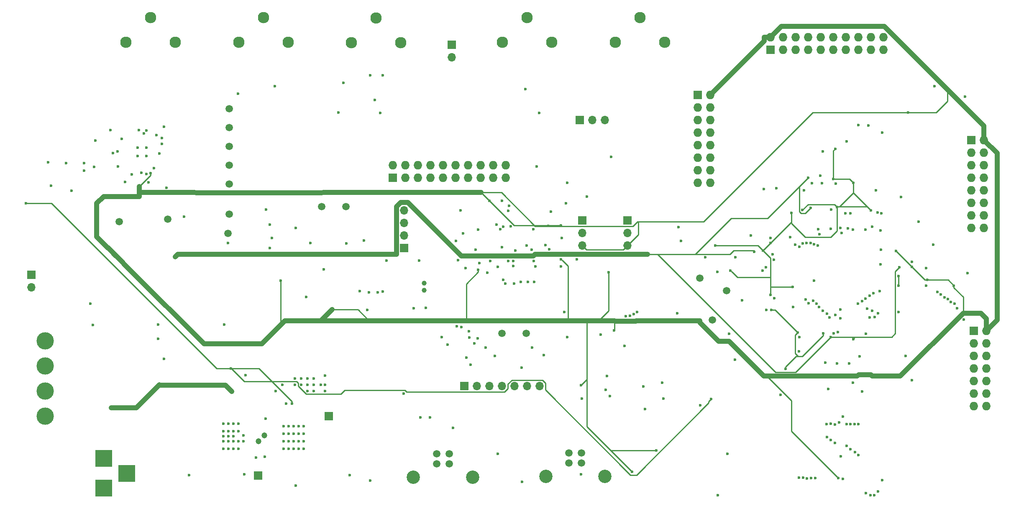
<source format=gbr>
G04 #@! TF.FileFunction,Copper,L3,Inr,Plane*
%FSLAX46Y46*%
G04 Gerber Fmt 4.6, Leading zero omitted, Abs format (unit mm)*
G04 Created by KiCad (PCBNEW 4.0.7-e2-6376~58~ubuntu16.04.1) date Thu Sep 27 21:03:33 2018*
%MOMM*%
%LPD*%
G01*
G04 APERTURE LIST*
%ADD10C,0.100000*%
%ADD11C,1.500000*%
%ADD12R,1.727200X1.727200*%
%ADD13O,1.727200X1.727200*%
%ADD14R,1.700000X1.700000*%
%ADD15O,1.700000X1.700000*%
%ADD16C,1.000000*%
%ADD17C,1.520000*%
%ADD18C,2.700000*%
%ADD19C,2.300000*%
%ADD20R,3.500000X3.500000*%
%ADD21C,3.500000*%
%ADD22C,0.600000*%
%ADD23C,1.200000*%
%ADD24C,1.000000*%
%ADD25C,0.250000*%
G04 APERTURE END LIST*
D10*
D11*
X94361000Y-97663000D03*
D12*
X204216000Y-60452000D03*
D13*
X204216000Y-57912000D03*
X206756000Y-60452000D03*
X206756000Y-57912000D03*
X209296000Y-60452000D03*
X209296000Y-57912000D03*
X211836000Y-60452000D03*
X211836000Y-57912000D03*
X214376000Y-60452000D03*
X214376000Y-57912000D03*
X216916000Y-60452000D03*
X216916000Y-57912000D03*
X219456000Y-60452000D03*
X219456000Y-57912000D03*
X221996000Y-60452000D03*
X221996000Y-57912000D03*
X224536000Y-60452000D03*
X224536000Y-57912000D03*
X227076000Y-60452000D03*
X227076000Y-57912000D03*
D12*
X189484000Y-69596000D03*
D13*
X192024000Y-69596000D03*
X189484000Y-72136000D03*
X192024000Y-72136000D03*
X189484000Y-74676000D03*
X192024000Y-74676000D03*
X189484000Y-77216000D03*
X192024000Y-77216000D03*
X189484000Y-79756000D03*
X192024000Y-79756000D03*
X189484000Y-82296000D03*
X192024000Y-82296000D03*
X189484000Y-84836000D03*
X192024000Y-84836000D03*
X189484000Y-87376000D03*
X192024000Y-87376000D03*
D14*
X166116000Y-94996000D03*
D15*
X166116000Y-97536000D03*
X166116000Y-100076000D03*
D14*
X175260000Y-94996000D03*
D15*
X175260000Y-97536000D03*
X175260000Y-100076000D03*
D14*
X130048000Y-100584000D03*
D15*
X130048000Y-98044000D03*
X130048000Y-95504000D03*
X130048000Y-92964000D03*
D16*
X134112000Y-107696000D03*
X134112000Y-109196000D03*
D12*
X127762000Y-86360000D03*
D13*
X127762000Y-83820000D03*
X130302000Y-86360000D03*
X130302000Y-83820000D03*
X132842000Y-86360000D03*
X132842000Y-83820000D03*
X135382000Y-86360000D03*
X135382000Y-83820000D03*
X137922000Y-86360000D03*
X137922000Y-83820000D03*
X140462000Y-86360000D03*
X140462000Y-83820000D03*
X143002000Y-86360000D03*
X143002000Y-83820000D03*
X145542000Y-86360000D03*
X145542000Y-83820000D03*
X148082000Y-86360000D03*
X148082000Y-83820000D03*
X150622000Y-86360000D03*
X150622000Y-83820000D03*
D17*
X136652000Y-142272000D03*
X139192000Y-142272000D03*
X139192000Y-144272000D03*
X136652000Y-144272000D03*
D18*
X131922000Y-146972000D03*
X143922000Y-146972000D03*
D14*
X142240000Y-128524000D03*
D15*
X144780000Y-128524000D03*
X147320000Y-128524000D03*
X149860000Y-128524000D03*
X152400000Y-128524000D03*
X154940000Y-128524000D03*
X157480000Y-128524000D03*
D14*
X165608000Y-74676000D03*
D15*
X168148000Y-74676000D03*
X170688000Y-74676000D03*
D11*
X149860000Y-117856000D03*
X154740000Y-117856000D03*
D12*
X245364000Y-117348000D03*
D13*
X247904000Y-117348000D03*
X245364000Y-119888000D03*
X247904000Y-119888000D03*
X245364000Y-122428000D03*
X247904000Y-122428000D03*
X245364000Y-124968000D03*
X247904000Y-124968000D03*
X245364000Y-127508000D03*
X247904000Y-127508000D03*
X245364000Y-130048000D03*
X247904000Y-130048000D03*
X245364000Y-132588000D03*
X247904000Y-132588000D03*
D17*
X163418000Y-142112000D03*
X165958000Y-142112000D03*
X165958000Y-144112000D03*
X163418000Y-144112000D03*
D18*
X158688000Y-146812000D03*
X170688000Y-146812000D03*
D14*
X139700000Y-59436000D03*
D15*
X139700000Y-61976000D03*
D19*
X154940000Y-53975000D03*
X159940000Y-58975000D03*
X149940000Y-58975000D03*
X177800000Y-53975000D03*
X182800000Y-58975000D03*
X172800000Y-58975000D03*
D11*
X195326000Y-109220000D03*
D19*
X124380000Y-54055000D03*
X129380000Y-59055000D03*
X119380000Y-59055000D03*
D11*
X192405000Y-115189000D03*
X189865000Y-106680000D03*
D12*
X244856000Y-78740000D03*
D13*
X247396000Y-78740000D03*
X244856000Y-81280000D03*
X247396000Y-81280000D03*
X244856000Y-83820000D03*
X247396000Y-83820000D03*
X244856000Y-86360000D03*
X247396000Y-86360000D03*
X244856000Y-88900000D03*
X247396000Y-88900000D03*
X244856000Y-91440000D03*
X247396000Y-91440000D03*
X244856000Y-93980000D03*
X247396000Y-93980000D03*
X244856000Y-96520000D03*
X247396000Y-96520000D03*
D14*
X100457000Y-146685000D03*
X114808000Y-134620000D03*
D20*
X69215000Y-143225000D03*
X69215000Y-149225000D03*
X73915000Y-146225000D03*
D21*
X57404000Y-134620000D03*
X57404000Y-129540000D03*
X57404000Y-124460000D03*
X57404000Y-119380000D03*
D14*
X54610000Y-106045000D03*
D15*
X54610000Y-108585000D03*
D11*
X113357000Y-92202000D03*
X118237000Y-92202000D03*
X94615000Y-83820000D03*
X94615000Y-80010000D03*
X82169000Y-94742000D03*
X94615000Y-72390000D03*
X94615000Y-76200000D03*
X72390000Y-95250000D03*
D19*
X78740000Y-53975000D03*
X83740000Y-58975000D03*
X73740000Y-58975000D03*
X101600000Y-53975000D03*
X106600000Y-58975000D03*
X96600000Y-58975000D03*
D11*
X94615000Y-87630000D03*
X94615000Y-93726000D03*
D22*
X76112500Y-81987500D03*
X77837500Y-81987500D03*
X77837500Y-80262500D03*
X76112500Y-80262500D03*
X140948771Y-103096502D03*
X102108000Y-92837000D03*
X110236000Y-110490000D03*
X223774000Y-112903000D03*
X225933000Y-113792002D03*
X66548000Y-111887000D03*
X102870000Y-100584000D03*
X206248000Y-130302000D03*
X178816000Y-133223000D03*
X182499000Y-131064000D03*
X178435000Y-128651000D03*
X214757000Y-81026000D03*
X219583000Y-78994000D03*
X80264000Y-116078000D03*
X80264000Y-118999000D03*
X195834000Y-117983000D03*
X81407000Y-123063000D03*
X104013000Y-129540000D03*
X111760000Y-129540000D03*
X110490000Y-129540000D03*
X105410000Y-128270000D03*
X107950000Y-128270000D03*
X107950000Y-127000000D03*
X111760000Y-127000000D03*
X110490000Y-127000000D03*
X109220000Y-127000000D03*
X109220000Y-128270000D03*
X110490000Y-128270000D03*
X111760000Y-128270000D03*
X113157000Y-128270000D03*
X114046000Y-129540000D03*
X114046000Y-128270000D03*
X113988010Y-126422990D03*
X58547000Y-88011000D03*
X62738000Y-89027000D03*
X153924000Y-147955000D03*
X167021000Y-90170000D03*
X171958000Y-82169000D03*
X123190000Y-147701000D03*
X129921000Y-130048000D03*
X139954000Y-137033000D03*
X171704000Y-130556000D03*
X165989000Y-131064000D03*
X165862000Y-146431000D03*
X189992000Y-132461000D03*
X182245000Y-127889000D03*
X162814000Y-91567000D03*
X163068000Y-87376000D03*
X142494000Y-104648000D03*
X147447000Y-103251000D03*
X97663000Y-146399000D03*
X101854000Y-142875000D03*
X108077000Y-148670000D03*
X86487000Y-146558000D03*
X141478000Y-92964000D03*
X153616330Y-107451999D03*
X148393989Y-122428000D03*
X158333000Y-122301000D03*
X148717000Y-95885000D03*
X156210000Y-96774000D03*
X161925000Y-98552000D03*
X149820000Y-91059000D03*
X161798000Y-104325999D03*
X185293000Y-113792000D03*
X174625000Y-120396000D03*
X169799000Y-118110000D03*
X193548000Y-150689979D03*
X218821000Y-147320000D03*
X210058000Y-118618000D03*
X217297000Y-114173000D03*
X217419417Y-87540999D03*
X214249000Y-85979000D03*
X133096000Y-103124000D03*
X131953000Y-112776000D03*
X93599000Y-116078000D03*
X103251000Y-98552000D03*
X102870000Y-95885000D03*
X118364000Y-99695000D03*
X108049559Y-96547441D03*
X111058942Y-99634058D03*
X57971564Y-83252436D03*
X154559000Y-68453000D03*
X157353000Y-73279000D03*
X72009000Y-81026000D03*
X70612000Y-76708000D03*
X81407000Y-76073000D03*
X79883000Y-77724000D03*
X123190000Y-65658996D03*
X125730000Y-65659000D03*
X80518000Y-81500010D03*
X65278000Y-83439000D03*
X61595000Y-83439000D03*
X81915000Y-88421615D03*
X79375000Y-84455000D03*
X219837000Y-96647000D03*
X226822000Y-77216000D03*
X237363000Y-67818000D03*
X243586000Y-69977000D03*
X203327000Y-113157000D03*
X204978000Y-110744000D03*
X208788000Y-112522000D03*
X226441000Y-103886000D03*
X226568000Y-100965000D03*
X226441000Y-97028000D03*
X224790000Y-96266000D03*
X212979000Y-107188000D03*
X204597000Y-101854000D03*
X204851000Y-102997000D03*
X213868000Y-96774000D03*
X218059000Y-135890000D03*
X209921010Y-121539000D03*
X218431859Y-142781857D03*
X220853000Y-127889000D03*
X198464575Y-111156324D03*
X193421000Y-105410000D03*
X244094000Y-105664000D03*
X215900000Y-129159000D03*
X67056000Y-116205000D03*
X205359000Y-88519000D03*
X202819000Y-88646000D03*
X212598000Y-87503000D03*
X214630000Y-87503000D03*
X237109000Y-99949000D03*
X220091000Y-123952000D03*
X217678000Y-123952000D03*
X191008000Y-102489000D03*
X197104000Y-102489000D03*
X210947000Y-88900000D03*
X215265000Y-123824996D03*
X222250000Y-122555000D03*
X234188000Y-95250000D03*
X235712000Y-104648000D03*
X235712000Y-108204000D03*
X225552000Y-88900000D03*
X200192000Y-98084000D03*
X148971000Y-104394000D03*
X156845000Y-84074000D03*
X151130000Y-103235010D03*
X155067000Y-107442000D03*
X150114000Y-107061000D03*
X99060705Y-89403590D03*
X196088000Y-105156000D03*
X208661000Y-108458000D03*
X217292493Y-80518000D03*
X171450000Y-105537000D03*
X232791000Y-104394000D03*
X232029000Y-73152000D03*
X193040006Y-100076000D03*
X181102000Y-141605000D03*
X176149000Y-145923000D03*
X146878051Y-105603051D03*
X165862000Y-128364000D03*
X161798000Y-102869990D03*
X145229918Y-103642000D03*
X145034000Y-105029000D03*
X127762000Y-89348999D03*
X195800261Y-119507000D03*
X159258000Y-96139000D03*
X161798000Y-96012000D03*
X70485000Y-100965000D03*
X74422000Y-104902000D03*
X147320000Y-91059000D03*
X172482000Y-117277000D03*
X189865000Y-115316000D03*
X169418000Y-115316000D03*
X163957000Y-115316000D03*
X217678000Y-92329000D03*
X216916000Y-86614000D03*
X105029000Y-107188000D03*
X104394000Y-116840000D03*
X69215000Y-90170000D03*
X78740000Y-85471000D03*
X204343000Y-113157000D03*
X232790990Y-103378011D03*
X229616000Y-101219000D03*
X209679551Y-117731551D03*
X235975990Y-107061009D03*
X230124000Y-106289010D03*
X223452021Y-117983000D03*
X210643978Y-92938487D03*
X204216000Y-110071010D03*
X217932000Y-147193000D03*
X202565000Y-105156000D03*
X221742000Y-126545011D03*
X218440000Y-126545011D03*
X215646000Y-126545011D03*
X217001000Y-117856000D03*
X224790000Y-126545011D03*
X218821000Y-134747000D03*
X206121000Y-126545011D03*
X72009000Y-102489000D03*
X208407000Y-93472000D03*
X216376000Y-96742000D03*
X207264000Y-125095000D03*
X214884000Y-117856000D03*
X241300000Y-108204000D03*
X230124000Y-108204010D03*
X220980000Y-87376000D03*
X224536000Y-92964000D03*
X202692000Y-101092000D03*
X204216000Y-99568000D03*
X150495000Y-107823000D03*
X159766000Y-93217996D03*
X95123000Y-129667000D03*
X70739000Y-132969000D03*
X192151000Y-131191000D03*
X107315000Y-132080000D03*
X97917000Y-126365000D03*
X106172000Y-132080000D03*
X94996000Y-124968000D03*
X53467000Y-91567000D03*
X126492000Y-103124000D03*
X216451021Y-92837000D03*
X220914647Y-119060647D03*
X230251000Y-104521000D03*
X212344000Y-92455994D03*
X86360000Y-101863999D03*
X84963000Y-101863999D03*
X83693000Y-102362000D03*
X200914000Y-101346000D03*
X216408000Y-118618000D03*
X203276999Y-104470999D03*
X211836000Y-86360000D03*
X81026000Y-79502000D03*
X103886000Y-67818000D03*
X67564000Y-78867000D03*
X67292009Y-84201000D03*
X81025994Y-78359000D03*
X96393000Y-69342000D03*
X76327000Y-76708000D03*
X116713000Y-73152000D03*
X77326667Y-77444781D03*
X125222000Y-73279000D03*
X72898000Y-78486000D03*
X71120000Y-81407000D03*
X152273000Y-107823000D03*
X153797000Y-124841000D03*
X146558000Y-120777000D03*
X100076000Y-143002000D03*
X101981000Y-135128000D03*
X138811000Y-120142000D03*
X134409345Y-112688655D03*
X185547000Y-96393002D03*
X186055000Y-99187000D03*
X152146000Y-104267000D03*
X144907000Y-118872000D03*
X156317012Y-107442000D03*
X162441501Y-113546501D03*
X163068000Y-118618000D03*
X156591000Y-104325999D03*
X158623000Y-100045000D03*
X196977000Y-123190000D03*
X154813004Y-100076000D03*
X155956000Y-120786990D03*
X122936000Y-109591001D03*
X125669051Y-109407949D03*
X72136000Y-84074008D03*
X65278000Y-84963000D03*
X137671129Y-118632416D03*
X122555000Y-113175870D03*
X121031000Y-109347000D03*
X124714000Y-109591000D03*
X225298000Y-114554000D03*
X231521000Y-122428000D03*
X224282000Y-114681006D03*
X232791000Y-127381000D03*
X144526000Y-100965000D03*
X149860000Y-100457000D03*
X140538108Y-99196990D03*
X141986000Y-97663000D03*
X144980250Y-96902771D03*
X113792000Y-104902000D03*
X94361000Y-99568000D03*
X226641169Y-93614268D03*
X151257000Y-92075000D03*
X151130000Y-93091000D03*
X225858036Y-93450851D03*
X204216000Y-98552000D03*
X209169000Y-99949000D03*
X210058000Y-100330000D03*
X210693000Y-99695000D03*
X211482117Y-99563481D03*
X212282104Y-99568400D03*
X213033877Y-99841969D03*
X213793364Y-100093330D03*
X214122000Y-97790000D03*
X218313000Y-96520000D03*
X218567000Y-97536000D03*
X219329000Y-93589000D03*
X220345000Y-93599000D03*
X220853000Y-96901000D03*
X143256000Y-118745000D03*
X118999000Y-146558000D03*
X142621000Y-122809000D03*
X152527000Y-101092000D03*
X148971000Y-142240000D03*
X143510000Y-124206000D03*
X144272000Y-119888000D03*
X152146000Y-103251000D03*
X156226163Y-103233199D03*
X174879000Y-114427000D03*
X143129000Y-117475000D03*
X151577058Y-96199942D03*
X135255000Y-134874000D03*
X133350000Y-134874000D03*
X208151321Y-98426679D03*
X195453000Y-142239996D03*
X224028000Y-75819000D03*
X221996000Y-75692000D03*
X77841594Y-76832515D03*
X117729000Y-67192999D03*
X124079000Y-70612000D03*
X77851000Y-85598000D03*
X85471000Y-94234000D03*
X76871948Y-85375846D03*
X78321894Y-87298023D03*
X73532994Y-87249000D03*
X74930000Y-85725000D03*
X175768000Y-114300000D03*
X164972295Y-102863999D03*
X155874283Y-100943011D03*
X176525741Y-114014397D03*
X177172881Y-113544065D03*
X159385000Y-100838000D03*
X150114000Y-96266000D03*
X141605000Y-116586000D03*
X140722215Y-116465215D03*
X149479000Y-96774000D03*
X97536000Y-139700000D03*
X97536000Y-138525000D03*
X95504000Y-138684000D03*
X94488000Y-138684000D03*
X93472000Y-138684000D03*
X105664000Y-141224000D03*
X106680000Y-141224000D03*
X107696000Y-141224000D03*
X108712000Y-141224000D03*
X109728000Y-141224000D03*
X109728000Y-139700000D03*
X108712000Y-139700000D03*
X107696000Y-139700000D03*
X106680000Y-139700000D03*
X105664000Y-139700000D03*
X105664000Y-138176000D03*
X106680000Y-138176000D03*
X107696000Y-138176000D03*
X108712000Y-138176000D03*
X109728000Y-138176000D03*
X109728000Y-136652000D03*
X108712000Y-136652000D03*
X107696000Y-136652000D03*
X106680000Y-136652000D03*
X105664000Y-136652000D03*
X93472000Y-141224000D03*
X94488000Y-141224000D03*
X95504000Y-141224000D03*
X96520000Y-141224000D03*
X96520000Y-139700000D03*
X95504000Y-139700000D03*
X94488000Y-139700000D03*
X93472000Y-139700000D03*
X96520000Y-137668000D03*
X95504000Y-137668000D03*
X94488000Y-137668000D03*
X93472000Y-137668000D03*
X96520000Y-136144000D03*
X95504000Y-136144000D03*
X94488000Y-136144000D03*
X93472000Y-136144000D03*
D23*
X100552000Y-139700000D03*
X101727000Y-138525000D03*
D22*
X230632000Y-90296998D03*
X170815000Y-129286000D03*
X171069000Y-126492000D03*
X223393000Y-96901000D03*
X218313000Y-113029986D03*
X222758000Y-129667000D03*
X224406041Y-150689979D03*
X211328000Y-110998000D03*
X223520000Y-150239968D03*
X211930974Y-111797503D03*
X212852000Y-111252000D03*
X226822000Y-147574000D03*
X225933000Y-149860000D03*
X213487000Y-111887000D03*
X225206048Y-150687291D03*
X213995000Y-112522000D03*
X214757000Y-113284000D03*
X213233000Y-147193006D03*
X215646000Y-113919000D03*
X212433001Y-147188417D03*
X216154000Y-114681000D03*
X211546513Y-147256493D03*
X210772625Y-147053721D03*
X217800559Y-117597559D03*
X209931000Y-147066000D03*
X218313000Y-114808000D03*
X230068001Y-113528000D03*
X243305768Y-115105446D03*
X224790000Y-113284000D03*
X241935000Y-112776000D03*
X221869000Y-111887000D03*
X241409961Y-111873286D03*
X240688200Y-111528228D03*
X222752998Y-111351001D03*
X223393000Y-110870979D03*
X240110543Y-110974771D03*
X224282000Y-110245990D03*
X239395000Y-110617000D03*
X225044000Y-109728000D03*
X238633000Y-109982000D03*
X226314000Y-109345968D03*
X237998000Y-109474000D03*
X215519000Y-136271000D03*
X215646000Y-138859003D03*
X216408000Y-136144000D03*
X216408000Y-139436000D03*
X217192466Y-136300893D03*
X217189999Y-140061001D03*
X219583000Y-136271000D03*
X219583000Y-140686001D03*
X220383003Y-136271000D03*
X220345000Y-141311001D03*
X221183006Y-136271000D03*
X221286764Y-141936001D03*
X221996000Y-142560990D03*
X221996000Y-136271000D03*
X121920000Y-99060000D03*
D24*
X127762000Y-89348999D02*
X99060705Y-89403590D01*
X99060705Y-89403590D02*
X76699999Y-89348999D01*
X202946000Y-58674000D02*
X192024000Y-69596000D01*
X202946000Y-58674000D02*
X202946000Y-57960686D01*
D25*
X202946000Y-57960686D02*
X202994686Y-57912000D01*
D24*
X202994686Y-57912000D02*
X204216000Y-57912000D01*
D25*
X197485000Y-106553000D02*
X196387999Y-105455999D01*
X204216000Y-106553000D02*
X197485000Y-106553000D01*
X196387999Y-105455999D02*
X196088000Y-105156000D01*
D24*
X221742000Y-126545011D02*
X222041999Y-126245012D01*
X222041999Y-126245012D02*
X224490001Y-126245012D01*
X224490001Y-126245012D02*
X224790000Y-126545011D01*
D25*
X204216000Y-108458000D02*
X208661000Y-108458000D01*
X216916000Y-80899000D02*
X217292493Y-80522507D01*
X217292493Y-80522507D02*
X217292493Y-80518000D01*
X216916000Y-86614000D02*
X216916000Y-80899000D01*
X208407000Y-95631000D02*
X208407000Y-93472000D01*
X211191001Y-98415001D02*
X208407000Y-95631000D01*
X217678000Y-92329000D02*
X217678000Y-97133696D01*
X217678000Y-97133696D02*
X216396695Y-98415001D01*
X216396695Y-98415001D02*
X211191001Y-98415001D01*
X232029000Y-73152000D02*
X212725000Y-73152000D01*
X212725000Y-73152000D02*
X190625325Y-95251675D01*
X166116000Y-100076000D02*
X166965999Y-100925999D01*
X166965999Y-100925999D02*
X174410001Y-100925999D01*
X174410001Y-100925999D02*
X175260000Y-100076000D01*
X177419000Y-97917000D02*
X175260000Y-100076000D01*
X171450000Y-105537000D02*
X171450000Y-113284000D01*
X171450000Y-113284000D02*
X169418000Y-115316000D01*
X240030000Y-68551870D02*
X240030000Y-70866000D01*
X240030000Y-70866000D02*
X237744000Y-73152000D01*
X237744000Y-73152000D02*
X232029000Y-73152000D01*
X235458009Y-107061009D02*
X232791000Y-104394000D01*
X232791000Y-104394000D02*
X229915999Y-101518999D01*
X204216000Y-106553000D02*
X204216000Y-108458000D01*
X204216000Y-102616000D02*
X204216000Y-106553000D01*
X201676000Y-100076000D02*
X193464270Y-100076000D01*
X202692000Y-101092000D02*
X201676000Y-100076000D01*
X193464270Y-100076000D02*
X193040006Y-100076000D01*
X177419000Y-95251675D02*
X177289327Y-95251675D01*
X190625325Y-95251675D02*
X177419000Y-95251675D01*
X177419000Y-95251675D02*
X177419000Y-97917000D01*
D24*
X113157000Y-115316000D02*
X142621000Y-115316000D01*
X142621000Y-115316000D02*
X163195000Y-115316000D01*
D25*
X145034000Y-105029000D02*
X145034000Y-105453264D01*
X145034000Y-105453264D02*
X142621000Y-107866264D01*
X142621000Y-107866264D02*
X142621000Y-115316000D01*
X177289327Y-95251675D02*
X176370001Y-96171001D01*
X176370001Y-96171001D02*
X156532003Y-96171001D01*
X156532003Y-96171001D02*
X149710001Y-89348999D01*
X149710001Y-89348999D02*
X145609999Y-89348999D01*
X217932000Y-147193000D02*
X208407000Y-137668000D01*
X208407000Y-137668000D02*
X208407000Y-131535998D01*
X203416013Y-126545011D02*
X202838272Y-126545011D01*
X208407000Y-131535998D02*
X203416013Y-126545011D01*
X240157009Y-107061009D02*
X236400254Y-107061009D01*
X236400254Y-107061009D02*
X235975990Y-107061009D01*
X241300000Y-108204000D02*
X240157009Y-107061009D01*
X171831000Y-141605000D02*
X176149000Y-145923000D01*
X167005000Y-136779000D02*
X171831000Y-141605000D01*
X171831000Y-141605000D02*
X181102000Y-141605000D01*
X167005000Y-115316000D02*
X167005000Y-136779000D01*
D24*
X189865000Y-115316000D02*
X189865000Y-115697000D01*
X189865000Y-115697000D02*
X193675000Y-119507000D01*
X193675000Y-119507000D02*
X195800261Y-119507000D01*
X167005000Y-115316000D02*
X169418000Y-115316000D01*
X163957000Y-115316000D02*
X167005000Y-115316000D01*
D25*
X167005000Y-115316000D02*
X167005000Y-127221000D01*
X167005000Y-127221000D02*
X165862000Y-128364000D01*
X161373736Y-96012000D02*
X161798000Y-96012000D01*
X145609999Y-89348999D02*
X152273000Y-96012000D01*
X152273000Y-96012000D02*
X161373736Y-96012000D01*
X163195000Y-104266990D02*
X162097999Y-103169989D01*
X163195000Y-115316000D02*
X163195000Y-104266990D01*
X162097999Y-103169989D02*
X161798000Y-102869990D01*
D24*
X145609999Y-89348999D02*
X127762000Y-89348999D01*
X195800261Y-119507000D02*
X202838272Y-126545011D01*
X70485000Y-100965000D02*
X71709001Y-102189001D01*
X69850000Y-100330000D02*
X70485000Y-100965000D01*
X74422000Y-104902000D02*
X89535000Y-120015000D01*
X72009000Y-102489000D02*
X74422000Y-104902000D01*
D25*
X71709001Y-102189001D02*
X72009000Y-102489000D01*
X147320000Y-91059000D02*
X145609999Y-89348999D01*
D24*
X176926999Y-115427001D02*
X177038000Y-115316000D01*
X172593000Y-115316000D02*
X172704001Y-115427001D01*
X172704001Y-115427001D02*
X176926999Y-115427001D01*
X163195000Y-115316000D02*
X163957000Y-115316000D01*
D25*
X172593000Y-117094000D02*
X172482000Y-117205000D01*
X172482000Y-117205000D02*
X172482000Y-117277000D01*
D24*
X169418000Y-115316000D02*
X172593000Y-115316000D01*
D25*
X172593000Y-115316000D02*
X172593000Y-117094000D01*
D24*
X177038000Y-115316000D02*
X189865000Y-115316000D01*
D25*
X177038000Y-115316000D02*
X177292000Y-115570000D01*
X218102264Y-92202010D02*
X217804990Y-92202010D01*
X217124001Y-91775001D02*
X217378001Y-92029001D01*
X210643978Y-92938487D02*
X211807464Y-91775001D01*
X211807464Y-91775001D02*
X217124001Y-91775001D01*
X223774010Y-92202010D02*
X218102264Y-92202010D01*
X217804990Y-92202010D02*
X217678000Y-92329000D01*
X218185990Y-92202010D02*
X218102264Y-92202010D01*
X217378001Y-92029001D02*
X217678000Y-92329000D01*
X224536000Y-92964000D02*
X223774010Y-92202010D01*
X220980000Y-89408000D02*
X218185990Y-92202010D01*
X204343000Y-113157000D02*
X205105000Y-113157000D01*
X205105000Y-113157000D02*
X209679551Y-117731551D01*
X217340264Y-86614000D02*
X216916000Y-86614000D01*
X220218000Y-86614000D02*
X217340264Y-86614000D01*
X220980000Y-87376000D02*
X220218000Y-86614000D01*
D24*
X104394000Y-116840000D02*
X105156000Y-116078000D01*
X105156000Y-116078000D02*
X105918000Y-115316000D01*
D25*
X105029000Y-107188000D02*
X105029000Y-115951000D01*
X105029000Y-115951000D02*
X105156000Y-116078000D01*
D24*
X101219000Y-120015000D02*
X104394000Y-116840000D01*
X76454000Y-90170000D02*
X76454000Y-88181264D01*
D25*
X76454000Y-88181264D02*
X78740000Y-85895264D01*
X78740000Y-85895264D02*
X78740000Y-85471000D01*
D24*
X69215000Y-90170000D02*
X76454000Y-90170000D01*
X67818000Y-91567000D02*
X69215000Y-90170000D01*
X72009000Y-102489000D02*
X67818000Y-98298000D01*
X67818000Y-98298000D02*
X67818000Y-91567000D01*
X247396000Y-75917870D02*
X240030000Y-68551870D01*
X240030000Y-68551870D02*
X227231130Y-55753000D01*
D25*
X229915999Y-101518999D02*
X229616000Y-101219000D01*
X235975990Y-107061009D02*
X235458009Y-107061009D01*
X208407000Y-93472000D02*
X208407000Y-95377000D01*
X208407000Y-95377000D02*
X204216000Y-99568000D01*
X204216000Y-99568000D02*
X202692000Y-101092000D01*
X204216000Y-108458000D02*
X204216000Y-109646746D01*
X210609264Y-122555000D02*
X214884000Y-118280264D01*
X209178998Y-118232104D02*
X209379552Y-118031550D01*
X209379736Y-122555000D02*
X209804000Y-122555000D01*
X209379552Y-118031550D02*
X209679551Y-117731551D01*
X210058000Y-122555000D02*
X210609264Y-122555000D01*
X214884000Y-118280264D02*
X214884000Y-117856000D01*
X209178998Y-121929998D02*
X209178998Y-118232104D01*
X209804000Y-122555000D02*
X209178998Y-121929998D01*
X210058000Y-122555000D02*
X210348002Y-122555000D01*
X207264000Y-124670736D02*
X209379736Y-122555000D01*
X207264000Y-125095000D02*
X207264000Y-124670736D01*
X230124000Y-108204010D02*
X230124000Y-106289010D01*
X204216000Y-109646746D02*
X204216000Y-110071010D01*
X202692000Y-101092000D02*
X204216000Y-102616000D01*
D24*
X227231130Y-55753000D02*
X206375000Y-55753000D01*
X206375000Y-55753000D02*
X204216000Y-57912000D01*
X247396000Y-78740000D02*
X247396000Y-75917870D01*
X250063000Y-81407000D02*
X247396000Y-78740000D01*
X250063000Y-115189000D02*
X250063000Y-81407000D01*
X247904000Y-117348000D02*
X250063000Y-115189000D01*
X218440000Y-126545011D02*
X221742000Y-126545011D01*
X215646000Y-126545011D02*
X218440000Y-126545011D01*
X213741000Y-126545011D02*
X215646000Y-126545011D01*
X224790000Y-126545011D02*
X230451989Y-126545011D01*
X206121000Y-126545011D02*
X213741000Y-126545011D01*
X202838272Y-126545011D02*
X206121000Y-126545011D01*
D25*
X241300000Y-108204000D02*
X241300000Y-108628264D01*
X241300000Y-108628264D02*
X243205000Y-110533264D01*
X243205000Y-110533264D02*
X243205000Y-113792000D01*
D24*
X246761000Y-113792000D02*
X247904000Y-114935000D01*
X247904000Y-114935000D02*
X247904000Y-117348000D01*
X243205000Y-113792000D02*
X246761000Y-113792000D01*
X230451989Y-126545011D02*
X243205000Y-113792000D01*
D25*
X120777000Y-113157000D02*
X122936000Y-115316000D01*
X115443000Y-113030000D02*
X120650000Y-113030000D01*
X120650000Y-113030000D02*
X120777000Y-113157000D01*
D24*
X113157000Y-115316000D02*
X115443000Y-113030000D01*
X105918000Y-115316000D02*
X113157000Y-115316000D01*
X89535000Y-120015000D02*
X101219000Y-120015000D01*
D25*
X209804000Y-122555000D02*
X210058000Y-122555000D01*
X220980000Y-87376000D02*
X220980000Y-89408000D01*
X220980000Y-89408000D02*
X224536000Y-92964000D01*
D24*
X80645000Y-128397000D02*
X93853000Y-128397000D01*
X93853000Y-128397000D02*
X95123000Y-129667000D01*
D25*
X80518000Y-128270000D02*
X80645000Y-128397000D01*
D24*
X75819000Y-132969000D02*
X80518000Y-128270000D01*
X70739000Y-132969000D02*
X75819000Y-132969000D01*
D25*
X117973001Y-129422999D02*
X117230999Y-130165001D01*
X117230999Y-130165001D02*
X110189999Y-130165001D01*
X110189999Y-130165001D02*
X108575001Y-128550003D01*
X108575001Y-128550003D02*
X108575001Y-127969999D01*
X108575001Y-127969999D02*
X108230003Y-127625001D01*
X108230003Y-127625001D02*
X97653001Y-127625001D01*
X97653001Y-127625001D02*
X95295999Y-125267999D01*
X95295999Y-125267999D02*
X94996000Y-124968000D01*
X192151000Y-131191000D02*
X191652999Y-131689001D01*
X191652999Y-131689001D02*
X191652999Y-131979003D01*
X191652999Y-131979003D02*
X177084001Y-146548001D01*
X130221001Y-129422999D02*
X117973001Y-129422999D01*
X177084001Y-146548001D02*
X175848999Y-146548001D01*
X158655001Y-127959999D02*
X158044001Y-127348999D01*
X151035001Y-129088001D02*
X150375003Y-129747999D01*
X175848999Y-146548001D02*
X158655001Y-129354003D01*
X158655001Y-129354003D02*
X158655001Y-127959999D01*
X158044001Y-127348999D02*
X151835999Y-127348999D01*
X151835999Y-127348999D02*
X151035001Y-128149997D01*
X150375003Y-129747999D02*
X130546001Y-129747999D01*
X151035001Y-128149997D02*
X151035001Y-129088001D01*
X130546001Y-129747999D02*
X130221001Y-129422999D01*
X107315000Y-132080000D02*
X107315000Y-131655736D01*
X107315000Y-131655736D02*
X100627264Y-124968000D01*
X100627264Y-124968000D02*
X95420264Y-124968000D01*
X95420264Y-124968000D02*
X94996000Y-124968000D01*
X58674000Y-91567000D02*
X92075000Y-124968000D01*
X92075000Y-124968000D02*
X94996000Y-124968000D01*
X53467000Y-91567000D02*
X58674000Y-91567000D01*
X216408000Y-118618000D02*
X209305999Y-125720001D01*
X209305999Y-125720001D02*
X205222001Y-125720001D01*
X205222001Y-125720001D02*
X181365999Y-101863999D01*
X181365999Y-101863999D02*
X179324000Y-101863999D01*
D24*
X130792001Y-91413999D02*
X141613002Y-102235000D01*
X156166002Y-102235000D02*
X156537003Y-101863999D01*
X156537003Y-101863999D02*
X179324000Y-101863999D01*
X89154000Y-101863999D02*
X128497999Y-101863999D01*
X128497999Y-101863999D02*
X128497999Y-92219999D01*
X128497999Y-92219999D02*
X129303999Y-91413999D01*
X129303999Y-91413999D02*
X130792001Y-91413999D01*
X141613002Y-102235000D02*
X156166002Y-102235000D01*
D25*
X221107000Y-118618000D02*
X228727000Y-118618000D01*
X216408000Y-118618000D02*
X221107000Y-118618000D01*
X221107000Y-118618000D02*
X221107000Y-118868294D01*
X221107000Y-118868294D02*
X220914647Y-119060647D01*
X229951001Y-104820999D02*
X230251000Y-104521000D01*
X229443001Y-105328999D02*
X229951001Y-104820999D01*
X228727000Y-118618000D02*
X229443001Y-117901999D01*
X229443001Y-117901999D02*
X229443001Y-105328999D01*
X211236505Y-93563489D02*
X212044001Y-92755993D01*
X211836000Y-86360000D02*
X210018976Y-88177024D01*
X210018976Y-93238489D02*
X210343976Y-93563489D01*
X210343976Y-93563489D02*
X211236505Y-93563489D01*
X212044001Y-92755993D02*
X212344000Y-92455994D01*
X210018976Y-88177024D02*
X210018976Y-93238489D01*
D24*
X84963000Y-101863999D02*
X89154000Y-101863999D01*
D25*
X89154000Y-101863999D02*
X86360000Y-101863999D01*
D24*
X84191001Y-101863999D02*
X84963000Y-101863999D01*
D25*
X179324000Y-101863999D02*
X188976000Y-101863999D01*
X188976000Y-101863999D02*
X195951001Y-101863999D01*
X211836000Y-86360000D02*
X203590999Y-94605001D01*
X203590999Y-94605001D02*
X196234998Y-94605001D01*
X196234998Y-94605001D02*
X188976000Y-101863999D01*
X200787000Y-101092000D02*
X200914000Y-101219000D01*
X200914000Y-101219000D02*
X200914000Y-101346000D01*
X196723000Y-101092000D02*
X200787000Y-101092000D01*
X195951001Y-101863999D02*
X196723000Y-101092000D01*
D24*
X83693000Y-102362000D02*
X84191001Y-101863999D01*
M02*

</source>
